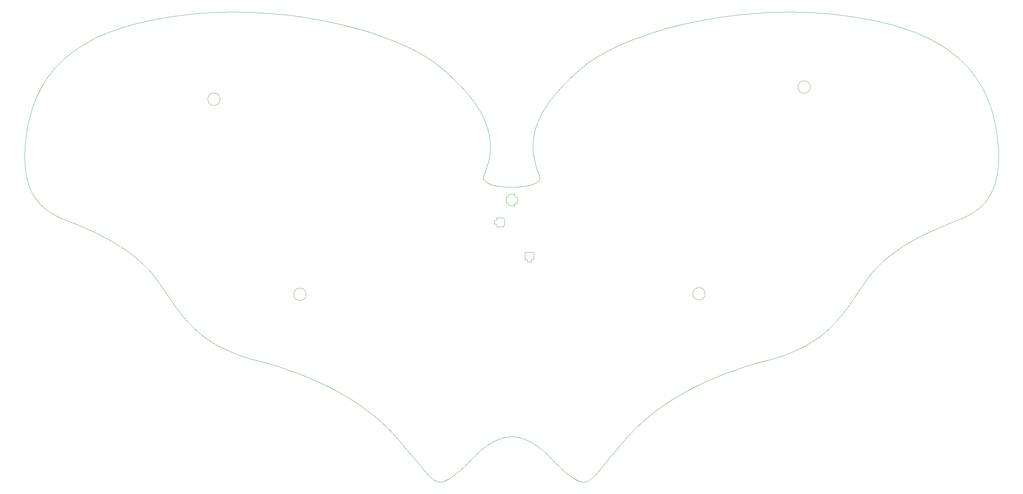
<source format=gm1>
%TF.GenerationSoftware,KiCad,Pcbnew,6.0.11-3.fc36*%
%TF.CreationDate,2023-03-08T22:01:11-05:00*%
%TF.ProjectId,moth,6d6f7468-2e6b-4696-9361-645f70636258,v1.0.0*%
%TF.SameCoordinates,Original*%
%TF.FileFunction,Profile,NP*%
%FSLAX46Y46*%
G04 Gerber Fmt 4.6, Leading zero omitted, Abs format (unit mm)*
G04 Created by KiCad (PCBNEW 6.0.11-3.fc36) date 2023-03-08 22:01:11*
%MOMM*%
%LPD*%
G01*
G04 APERTURE LIST*
%TA.AperFunction,Profile*%
%ADD10C,0.100000*%
%TD*%
%TA.AperFunction,Profile*%
%ADD11C,0.050000*%
%TD*%
%TA.AperFunction,Profile*%
%ADD12C,0.120000*%
%TD*%
G04 APERTURE END LIST*
D10*
X132554362Y-87240150D02*
X137805680Y-87531049D01*
X142936727Y-88028169D01*
X147922178Y-88714696D01*
X152736709Y-89573818D01*
X157354996Y-90588721D01*
X161751716Y-91742592D01*
X165901543Y-93018619D01*
X169779155Y-94399988D01*
X173359227Y-95869888D01*
X176616435Y-97411503D01*
X179525455Y-99008022D01*
X182060963Y-100642632D01*
X184197635Y-102298519D01*
X186047004Y-103935261D01*
X187740191Y-105526445D01*
X189281250Y-107076269D01*
X190674234Y-108588927D01*
X191923198Y-110068615D01*
X193032194Y-111519531D01*
X194005277Y-112945869D01*
X194846501Y-114351826D01*
X195559918Y-115741597D01*
X196149584Y-117119379D01*
X196619551Y-118489368D01*
X196973874Y-119855760D01*
X197216605Y-121222750D01*
X197351800Y-122594535D01*
X197383510Y-123975310D01*
X197315792Y-125369272D01*
X197244035Y-125858903D01*
X197109251Y-126536438D01*
X196925006Y-127339987D01*
X196704869Y-128207659D01*
X196462408Y-129077564D01*
X196211189Y-129887810D01*
X196086536Y-130251221D01*
X195964782Y-130576508D01*
X195847623Y-130855934D01*
X195736754Y-131081765D01*
X195622578Y-131326062D01*
X195546818Y-131559057D01*
X195507787Y-131780990D01*
X195503798Y-131992104D01*
X195533165Y-132192641D01*
X195594201Y-132382842D01*
X195685219Y-132562950D01*
X195804534Y-132733207D01*
X195950457Y-132893854D01*
X196121302Y-133045133D01*
X196315383Y-133187286D01*
X196531013Y-133320556D01*
X197020173Y-133561413D01*
X197575288Y-133769639D01*
X198182866Y-133947169D01*
X198829412Y-134095939D01*
X199501434Y-134217884D01*
X200185437Y-134314941D01*
X200867928Y-134389045D01*
X201535414Y-134442131D01*
X202771396Y-134492992D01*
X203533380Y-134492992D01*
X204130300Y-134476654D01*
X204769078Y-134444063D01*
X205436241Y-134393079D01*
X206118315Y-134321556D01*
X206801824Y-134227352D01*
X207473295Y-134108323D01*
X208119252Y-133962327D01*
X208726223Y-133787220D01*
X209010877Y-133688081D01*
X209280731Y-133580859D01*
X209534102Y-133465289D01*
X209769304Y-133341101D01*
X209984653Y-133208028D01*
X210178466Y-133065802D01*
X210349057Y-132914155D01*
X210494743Y-132752820D01*
X210613838Y-132581527D01*
X210704660Y-132400010D01*
X210765524Y-132208001D01*
X210794744Y-132005231D01*
X210790638Y-131791432D01*
X210751520Y-131566338D01*
X210675706Y-131329679D01*
X210561513Y-131081188D01*
X210450770Y-130847557D01*
X210333965Y-130562442D01*
X210212761Y-130233355D01*
X210088822Y-129867813D01*
X209839391Y-129057418D01*
X209598978Y-128191372D01*
X209380889Y-127329791D01*
X209198430Y-126532790D01*
X209064907Y-125860486D01*
X209020655Y-125589881D01*
X208993627Y-125372994D01*
X208925853Y-123978986D01*
X208957415Y-122598089D01*
X209092378Y-121226118D01*
X209334811Y-119858888D01*
X209688781Y-118492214D01*
X210158355Y-117121911D01*
X210747600Y-115743792D01*
X211460584Y-114353674D01*
X212301374Y-112947371D01*
X213274038Y-111520698D01*
X214382642Y-110069468D01*
X215631254Y-108589498D01*
X217023941Y-107076602D01*
X218564771Y-105526595D01*
X220257811Y-103935291D01*
X222107128Y-102298505D01*
X224243801Y-100643141D01*
X226779310Y-99009962D01*
X229688330Y-97415571D01*
X232945539Y-95876571D01*
X236525612Y-94409567D01*
X240403224Y-93031162D01*
X244553053Y-91757960D01*
X248949773Y-90606565D01*
X253568060Y-89593580D01*
X258382591Y-88735608D01*
X263368043Y-88049254D01*
X268499089Y-87551122D01*
X273750408Y-87257814D01*
X279096674Y-87185935D01*
X284512563Y-87352088D01*
X289972753Y-87772877D01*
X292659989Y-88072684D01*
X295248756Y-88418317D01*
X297740481Y-88809557D01*
X300136597Y-89246188D01*
X302438532Y-89727989D01*
X304647717Y-90254744D01*
X306765583Y-90826235D01*
X308793558Y-91442243D01*
X310733074Y-92102550D01*
X312585560Y-92806939D01*
X314352447Y-93555192D01*
X316035165Y-94347090D01*
X317635144Y-95182416D01*
X319153813Y-96060951D01*
X320592604Y-96982478D01*
X321952946Y-97946778D01*
X323236270Y-98953633D01*
X324444005Y-100002827D01*
X325577581Y-101094139D01*
X326638430Y-102227354D01*
X327627980Y-103402251D01*
X328547663Y-104618615D01*
X329398908Y-105876226D01*
X330183145Y-107174866D01*
X330901805Y-108514318D01*
X331556318Y-109894363D01*
X332148113Y-111314784D01*
X332678621Y-112775362D01*
X333149272Y-114275880D01*
X333561496Y-115816119D01*
X333916724Y-117395862D01*
X334216385Y-119014890D01*
X334216330Y-119014890D01*
X334458941Y-120615311D01*
X334643640Y-122140710D01*
X334772790Y-123593085D01*
X334848754Y-124974432D01*
X334873896Y-126286749D01*
X334850579Y-127532031D01*
X334781167Y-128712278D01*
X334668021Y-129829484D01*
X334513506Y-130885648D01*
X334319985Y-131882766D01*
X334089820Y-132822835D01*
X333825376Y-133707853D01*
X333529015Y-134539815D01*
X333203101Y-135320720D01*
X332849996Y-136052563D01*
X332472065Y-136737343D01*
X332071670Y-137377055D01*
X331651174Y-137973698D01*
X331212941Y-138529267D01*
X330759334Y-139045761D01*
X330292716Y-139525175D01*
X329815450Y-139969507D01*
X329329900Y-140380754D01*
X328838428Y-140760912D01*
X327847174Y-141435952D01*
X326860593Y-142010602D01*
X325897592Y-142500839D01*
X324977075Y-142922637D01*
X319860381Y-145002513D01*
X316488310Y-146489772D01*
X314683816Y-147356709D01*
X312832720Y-148310221D01*
X310959298Y-149353588D01*
X309087831Y-150490089D01*
X307242594Y-151723002D01*
X305447865Y-153055607D01*
X303727923Y-154491183D01*
X302107045Y-156033007D01*
X301341342Y-156844787D01*
X300609509Y-157684360D01*
X299914581Y-158552133D01*
X299259592Y-159448519D01*
X294487423Y-166372744D01*
X293295950Y-167978052D01*
X292060875Y-169527061D01*
X290760084Y-171016771D01*
X289371460Y-172444183D01*
X287872890Y-173806297D01*
X286242258Y-175100112D01*
X284457449Y-176322630D01*
X282496349Y-177470850D01*
X281442778Y-178016161D01*
X280336841Y-178541773D01*
X279175774Y-179047311D01*
X277956812Y-179532399D01*
X276677192Y-179996664D01*
X275334147Y-180439728D01*
X272446730Y-181260761D01*
X269457913Y-182070329D01*
X266547369Y-182944289D01*
X263717473Y-183881175D01*
X260970594Y-184879522D01*
X258309106Y-185937865D01*
X255735380Y-187054739D01*
X253251788Y-188228679D01*
X250860702Y-189458220D01*
X248564494Y-190741898D01*
X246365535Y-192078246D01*
X244266199Y-193465801D01*
X242268856Y-194903096D01*
X240375879Y-196388668D01*
X238589640Y-197921051D01*
X236912510Y-199498780D01*
X235346862Y-201120390D01*
X233907496Y-202711576D01*
X232600889Y-204199093D01*
X231416927Y-205583081D01*
X230345492Y-206863679D01*
X226982721Y-210954966D01*
X226322192Y-211720709D01*
X225713497Y-212383901D01*
X225425426Y-212677083D01*
X225146521Y-212944680D01*
X224875516Y-213186708D01*
X224611147Y-213403186D01*
X224352151Y-213594130D01*
X224097262Y-213759559D01*
X223845215Y-213899489D01*
X223594747Y-214013938D01*
X223344593Y-214102923D01*
X223093489Y-214166463D01*
X222840170Y-214204574D01*
X222583371Y-214217274D01*
X222315887Y-214199650D01*
X222032428Y-214148278D01*
X221734597Y-214065408D01*
X221423999Y-213953289D01*
X221102240Y-213814172D01*
X220770923Y-213650307D01*
X220431652Y-213463943D01*
X220086033Y-213257330D01*
X219382169Y-212792358D01*
X218672165Y-212273388D01*
X217968858Y-211718421D01*
X217285086Y-211145455D01*
X216633683Y-210572489D01*
X216027487Y-210017522D01*
X215002060Y-209033580D01*
X214058489Y-208073637D01*
X213199007Y-207133782D01*
X212192465Y-206167417D01*
X211564772Y-205620924D01*
X210861665Y-205055387D01*
X210088794Y-204488175D01*
X209251811Y-203936660D01*
X208356367Y-203418214D01*
X207408112Y-202950208D01*
X206915946Y-202740547D01*
X206412697Y-202550011D01*
X205899070Y-202380771D01*
X205375773Y-202234997D01*
X204843511Y-202114862D01*
X204302990Y-202022536D01*
X203754918Y-201960192D01*
X203200000Y-201930000D01*
X202649273Y-201956004D01*
X202104859Y-202014692D01*
X201567491Y-202103867D01*
X201037902Y-202221331D01*
X200516823Y-202364887D01*
X200004989Y-202532337D01*
X199503131Y-202721482D01*
X199011981Y-202930127D01*
X198532272Y-203156073D01*
X198064737Y-203397123D01*
X197610108Y-203651079D01*
X197169119Y-203915743D01*
X196742500Y-204188919D01*
X196330984Y-204468408D01*
X195556196Y-205037537D01*
X194850611Y-205605550D01*
X194220092Y-206154866D01*
X193670499Y-206667906D01*
X193207690Y-207127088D01*
X192565870Y-207813559D01*
X192341512Y-208073637D01*
X191397940Y-209033580D01*
X190372514Y-210017522D01*
X189114915Y-211145455D01*
X188431142Y-211718421D01*
X187727835Y-212273388D01*
X187017832Y-212792358D01*
X186313967Y-213257330D01*
X185629078Y-213650307D01*
X185297761Y-213814172D01*
X184976001Y-213953289D01*
X184665404Y-214065408D01*
X184367573Y-214148278D01*
X184084113Y-214199650D01*
X183816629Y-214217274D01*
X183306511Y-214166463D01*
X182805253Y-214013938D01*
X182302739Y-213759559D01*
X181788853Y-213403186D01*
X181253480Y-212944680D01*
X180686503Y-212383901D01*
X180077808Y-211720709D01*
X179417279Y-210954966D01*
X176054508Y-206863679D01*
X173799111Y-204199093D01*
X172492505Y-202711576D01*
X171053139Y-201120390D01*
X169487490Y-199498780D01*
X167810360Y-197921051D01*
X166024121Y-196388668D01*
X164131144Y-194903096D01*
X162133801Y-193465801D01*
X160034465Y-192078246D01*
X157835506Y-190741898D01*
X155539298Y-189458220D01*
X153148211Y-188228679D01*
X150664619Y-187054739D01*
X148090892Y-185937865D01*
X145429404Y-184879522D01*
X142682524Y-183881175D01*
X139852626Y-182944289D01*
X136942082Y-182070329D01*
X133953263Y-181260761D01*
X132475079Y-180861221D01*
X131065847Y-180439731D01*
X129722803Y-179996667D01*
X128443182Y-179532403D01*
X127224220Y-179047315D01*
X126063153Y-178541778D01*
X124957216Y-178016167D01*
X123903645Y-177470856D01*
X122899676Y-176906221D01*
X121942544Y-176322636D01*
X121029485Y-175720477D01*
X120157734Y-175100118D01*
X119324528Y-174461935D01*
X118527101Y-173806302D01*
X117028530Y-172444188D01*
X115639905Y-171016776D01*
X114339112Y-169527065D01*
X113104037Y-167978055D01*
X111912562Y-166372746D01*
X107140388Y-159448519D01*
X106481209Y-158556322D01*
X105782622Y-157692206D01*
X105047637Y-156855785D01*
X104279261Y-156046676D01*
X103480503Y-155264496D01*
X102654372Y-154508861D01*
X100932024Y-153075691D01*
X99136285Y-151744097D01*
X97291224Y-150511008D01*
X95420908Y-149373356D01*
X93549406Y-148328070D01*
X91700786Y-147372082D01*
X89899118Y-146502321D01*
X86532905Y-145009203D01*
X81422891Y-142922637D01*
X80485611Y-142500837D01*
X79507938Y-142010598D01*
X78508639Y-141435947D01*
X77506479Y-140760906D01*
X76520225Y-139969501D01*
X75568644Y-139045755D01*
X74670501Y-137973692D01*
X73844563Y-136737338D01*
X73464535Y-136052559D01*
X73109596Y-135320715D01*
X72782092Y-134539811D01*
X72484367Y-133707849D01*
X72218769Y-132822832D01*
X71987642Y-131882763D01*
X71793332Y-130885646D01*
X71638186Y-129829482D01*
X71524549Y-128712276D01*
X71454767Y-127532030D01*
X71431186Y-126286748D01*
X71456151Y-124974431D01*
X71532008Y-123593085D01*
X71661104Y-122140710D01*
X71845783Y-120615311D01*
X72088391Y-119014890D01*
X72743282Y-115816645D01*
X73626158Y-112777319D01*
X74748461Y-109898449D01*
X76121634Y-107181569D01*
X77757115Y-104628214D01*
X79666347Y-102239919D01*
X81860771Y-100018218D01*
X84351829Y-97964646D01*
X87150960Y-96080738D01*
X90269607Y-94368030D01*
X93719211Y-92828055D01*
X97511212Y-91462348D01*
X101657052Y-90272445D01*
X106168172Y-89259880D01*
X111056013Y-88426188D01*
X116332017Y-87772904D01*
X121792206Y-87344264D01*
X127208096Y-87172284D01*
X132554362Y-87240150D01*
D11*
X147574000Y-163449000D02*
G75*
G03*
X147574000Y-163449000I-1670424J0D01*
G01*
X255524000Y-163322000D02*
G75*
G03*
X255524000Y-163322000I-1670424J0D01*
G01*
X124333000Y-110744000D02*
G75*
G03*
X124333000Y-110744000I-1670424J0D01*
G01*
X283972000Y-107442000D02*
G75*
G03*
X283972000Y-107442000I-1670424J0D01*
G01*
D12*
X201676000Y-138824200D02*
X201676000Y-137147800D01*
X202361800Y-139510000D02*
X204038200Y-139510000D01*
X199186800Y-142812000D02*
X200787000Y-142812000D01*
X198501000Y-144539200D02*
X198501000Y-143497800D01*
X206756000Y-154064200D02*
X206756500Y-152464000D01*
X207137500Y-152083000D02*
X208788500Y-152083000D01*
X201168000Y-143193000D02*
X201168000Y-144844000D01*
X204724000Y-138824200D02*
X204724000Y-137147800D01*
X209169500Y-152464000D02*
X209169000Y-154064200D01*
X200787000Y-145225000D02*
X199186800Y-145225000D01*
X202361800Y-136462000D02*
X204038200Y-136462000D01*
X208483200Y-154750000D02*
X207441800Y-154750000D01*
X209169000Y-154064200D02*
G75*
G03*
X208483200Y-154750000I-247750J-438050D01*
G01*
X204038200Y-136462000D02*
G75*
G03*
X204724000Y-137147800I438050J-247750D01*
G01*
X200787000Y-145225000D02*
G75*
G03*
X201168000Y-144844000I1J380999D01*
G01*
X204724000Y-138824200D02*
G75*
G03*
X204038200Y-139510000I-247753J-438047D01*
G01*
X202361800Y-139510000D02*
G75*
G03*
X201676000Y-138824200I-438047J247753D01*
G01*
X198501000Y-143497800D02*
G75*
G03*
X199186800Y-142812000I247753J438047D01*
G01*
X201676000Y-137147800D02*
G75*
G03*
X202361800Y-136462000I247753J438047D01*
G01*
X207441800Y-154750000D02*
G75*
G03*
X206756000Y-154064200I-438050J247750D01*
G01*
X199186800Y-145225000D02*
G75*
G03*
X198501000Y-144539200I-438047J247753D01*
G01*
X209169500Y-152464000D02*
G75*
G03*
X208788500Y-152083000I-381000J0D01*
G01*
X207137500Y-152083000D02*
G75*
G03*
X206756500Y-152464000I0J-381000D01*
G01*
X201168000Y-143193000D02*
G75*
G03*
X200787000Y-142812000I-380999J1D01*
G01*
M02*

</source>
